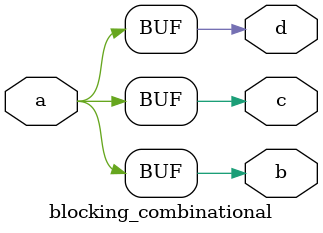
<source format=v>
module blocking_combinational (
    input wire a,
    output reg b, c, d
);
    always @(a) begin
        b = a;
        c = b; // c sẽ lấy giá trị mới của b, tức là a
        d = c; // d sẽ lấy giá trị mới của c, tức là a
    end
endmodule
</source>
